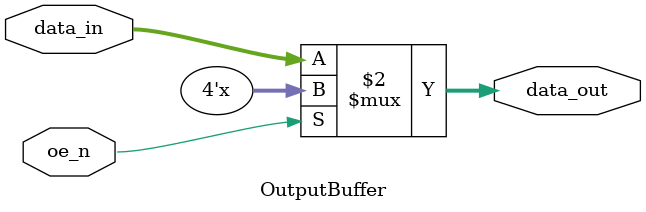
<source format=sv>
module TriState_AND(
    input oe_n, // 低有效使能
    input [3:0] x, y,
    output [3:0] z
);
    // 内部连线
    wire [3:0] and_result;
    
    // 子模块实例化
    AND_Operation and_op (
        .a(x),
        .b(y),
        .result(and_result)
    );
    
    OutputBuffer output_buf (
        .oe_n(oe_n),
        .data_in(and_result),
        .data_out(z)
    );
endmodule

// 逻辑计算子模块
module AND_Operation (
    input [3:0] a,
    input [3:0] b,
    output [3:0] result
);
    // 计算逻辑与
    assign result = a & b;
endmodule

// 输出控制子模块
module OutputBuffer (
    input oe_n,
    input [3:0] data_in,
    output [3:0] data_out
);
    // 三态输出控制
    assign data_out = (~oe_n) ? data_in : 4'bzzzz;
endmodule
</source>
